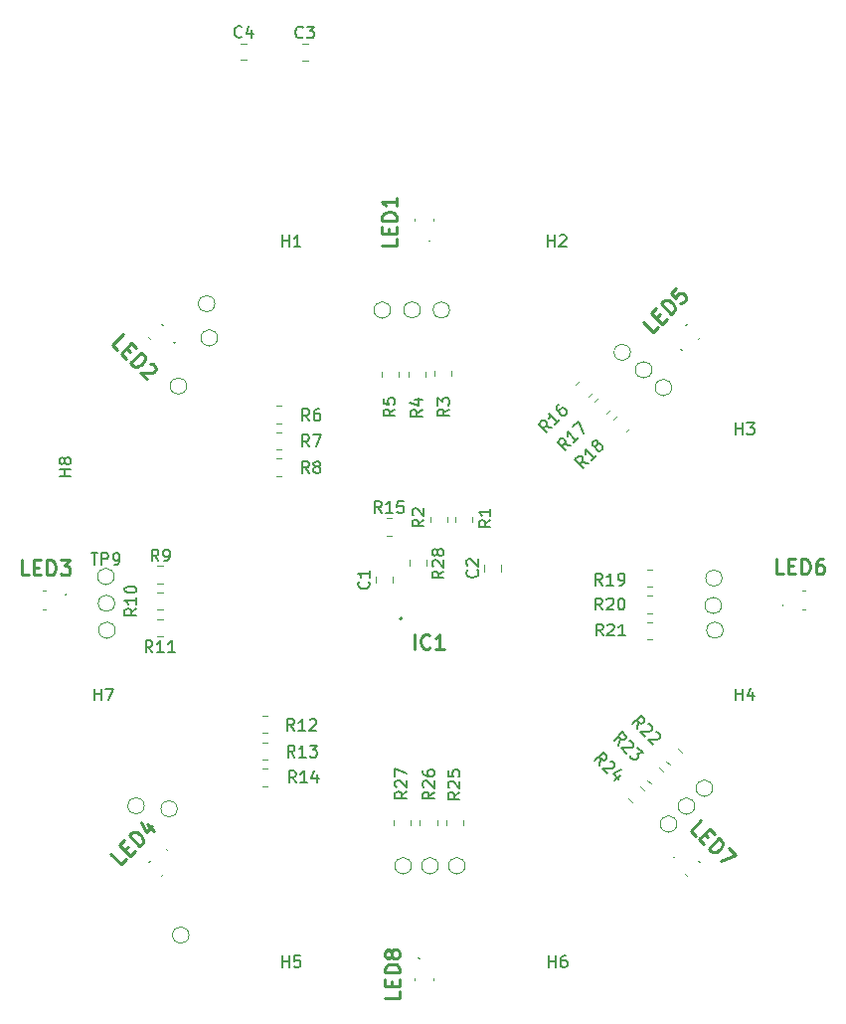
<source format=gto>
%TF.GenerationSoftware,KiCad,Pcbnew,(5.1.5)-3*%
%TF.CreationDate,2021-01-12T11:59:14+01:00*%
%TF.ProjectId,smart_object_pcb,736d6172-745f-46f6-926a-6563745f7063,rev?*%
%TF.SameCoordinates,Original*%
%TF.FileFunction,Legend,Top*%
%TF.FilePolarity,Positive*%
%FSLAX46Y46*%
G04 Gerber Fmt 4.6, Leading zero omitted, Abs format (unit mm)*
G04 Created by KiCad (PCBNEW (5.1.5)-3) date 2021-01-12 11:59:14*
%MOMM*%
%LPD*%
G04 APERTURE LIST*
%ADD10C,0.120000*%
%ADD11C,0.100000*%
%ADD12C,0.200000*%
%ADD13C,0.150000*%
%ADD14C,0.254000*%
G04 APERTURE END LIST*
D10*
%TO.C,R2*%
X152397000Y-99746064D02*
X152397000Y-99291936D01*
X150927000Y-99746064D02*
X150927000Y-99291936D01*
%TO.C,R28*%
X149158000Y-103488078D02*
X149158000Y-102970922D01*
X150578000Y-103488078D02*
X150578000Y-102970922D01*
%TO.C,C4*%
X134750922Y-58998000D02*
X135268078Y-58998000D01*
X134750922Y-60418000D02*
X135268078Y-60418000D01*
%TO.C,C3*%
X139953922Y-59033000D02*
X140471078Y-59033000D01*
X139953922Y-60453000D02*
X140471078Y-60453000D01*
D11*
%TO.C,LED7*%
X173724677Y-128593306D02*
X173866098Y-128734727D01*
X172593306Y-129724677D02*
X172734727Y-129866098D01*
X171603356Y-128310463D02*
X171603356Y-128310463D01*
X171674067Y-128239753D02*
X171674067Y-128239753D01*
X171674068Y-128239753D02*
G75*
G03X171603356Y-128310463I-35356J-35355D01*
G01*
X171603357Y-128310463D02*
G75*
G03X171674067Y-128239753I35355J35355D01*
G01*
%TO.C,LED4*%
X128489949Y-127674067D02*
X128489949Y-127674067D01*
X128419239Y-127603356D02*
X128419239Y-127603356D01*
X127005025Y-128593306D02*
X126863604Y-128734727D01*
X128136396Y-129724677D02*
X127994975Y-129866098D01*
X128419239Y-127603357D02*
G75*
G03X128489949Y-127674067I35355J-35355D01*
G01*
X128489949Y-127674068D02*
G75*
G03X128419239Y-127603356I-35355J35356D01*
G01*
D10*
%TO.C,R8*%
X138214564Y-94365000D02*
X137760436Y-94365000D01*
X138214564Y-95835000D02*
X137760436Y-95835000D01*
%TO.C,R7*%
X138214564Y-93585000D02*
X137760436Y-93585000D01*
X138214564Y-92115000D02*
X137760436Y-92115000D01*
%TO.C,R1*%
X153038000Y-99747564D02*
X153038000Y-99293436D01*
X154508000Y-99747564D02*
X154508000Y-99293436D01*
D11*
%TO.C,LED2*%
X129055635Y-84489949D02*
X129055635Y-84489949D01*
X129126346Y-84419239D02*
X129126346Y-84419239D01*
X128136396Y-83005025D02*
X127994975Y-82863604D01*
X127005025Y-84136396D02*
X126863604Y-83994975D01*
X129126345Y-84419239D02*
G75*
G03X129055635Y-84489949I-35355J-35355D01*
G01*
X129055634Y-84489949D02*
G75*
G03X129126346Y-84419239I35356J35355D01*
G01*
D10*
%TO.C,R18*%
X166840835Y-90719718D02*
X166519718Y-91040835D01*
X167880282Y-91759165D02*
X167559165Y-92080282D01*
%TO.C,C1*%
X146235000Y-104923252D02*
X146235000Y-104400748D01*
X147705000Y-104923252D02*
X147705000Y-104400748D01*
%TO.C,C2*%
X156954000Y-103944252D02*
X156954000Y-103421748D01*
X155484000Y-103944252D02*
X155484000Y-103421748D01*
D12*
%TO.C,IC1*%
X148505000Y-108000000D02*
G75*
G03X148505000Y-108000000I-100000J0D01*
G01*
D11*
%TO.C,LED1*%
X149564851Y-74129068D02*
X149564851Y-73929068D01*
X151164851Y-74129068D02*
X151164851Y-73929068D01*
X150864851Y-75829068D02*
X150864851Y-75829068D01*
X150764851Y-75829068D02*
X150764851Y-75829068D01*
X150764851Y-75829068D02*
G75*
G03X150864851Y-75829068I50000J0D01*
G01*
X150864851Y-75829068D02*
G75*
G03X150764851Y-75829068I-50000J0D01*
G01*
%TO.C,LED3*%
X118129068Y-107164851D02*
X117929068Y-107164851D01*
X118129068Y-105564851D02*
X117929068Y-105564851D01*
X119829068Y-105864851D02*
X119829068Y-105864851D01*
X119829068Y-105964851D02*
X119829068Y-105964851D01*
X119829068Y-105964851D02*
G75*
G03X119829068Y-105864851I0J50000D01*
G01*
X119829068Y-105864851D02*
G75*
G03X119829068Y-105964851I0J-50000D01*
G01*
%TO.C,LED5*%
X172239753Y-85055635D02*
X172239753Y-85055635D01*
X172310463Y-85126346D02*
X172310463Y-85126346D01*
X173724677Y-84136396D02*
X173866098Y-83994975D01*
X172593306Y-83005025D02*
X172734727Y-82863604D01*
X172310463Y-85126345D02*
G75*
G03X172239753Y-85055635I-35355J35355D01*
G01*
X172239753Y-85055634D02*
G75*
G03X172310463Y-85126346I35355J-35356D01*
G01*
%TO.C,LED6*%
X182600634Y-105564851D02*
X182800634Y-105564851D01*
X182600634Y-107164851D02*
X182800634Y-107164851D01*
X180900634Y-106864851D02*
X180900634Y-106864851D01*
X180900634Y-106764851D02*
X180900634Y-106764851D01*
X180900634Y-106764851D02*
G75*
G03X180900634Y-106864851I0J-50000D01*
G01*
X180900634Y-106864851D02*
G75*
G03X180900634Y-106764851I0J50000D01*
G01*
%TO.C,LED8*%
X149964851Y-136900634D02*
X149964851Y-136900634D01*
X149864851Y-136900634D02*
X149864851Y-136900634D01*
X149564851Y-138600634D02*
X149564851Y-138800634D01*
X151164851Y-138600634D02*
X151164851Y-138800634D01*
X149864851Y-136900634D02*
G75*
G03X149964851Y-136900634I50000J0D01*
G01*
X149964851Y-136900634D02*
G75*
G03X149864851Y-136900634I-50000J0D01*
G01*
D10*
%TO.C,R3*%
X151265000Y-87339564D02*
X151265000Y-86885436D01*
X152735000Y-87339564D02*
X152735000Y-86885436D01*
%TO.C,R4*%
X149015000Y-87377064D02*
X149015000Y-86922936D01*
X150485000Y-87377064D02*
X150485000Y-86922936D01*
%TO.C,R5*%
X146765000Y-87377064D02*
X146765000Y-86922936D01*
X148235000Y-87377064D02*
X148235000Y-86922936D01*
%TO.C,R6*%
X138214564Y-89865000D02*
X137760436Y-89865000D01*
X138214564Y-91335000D02*
X137760436Y-91335000D01*
%TO.C,R9*%
X128114564Y-104985000D02*
X127660436Y-104985000D01*
X128114564Y-103515000D02*
X127660436Y-103515000D01*
%TO.C,R10*%
X128114564Y-105765000D02*
X127660436Y-105765000D01*
X128114564Y-107235000D02*
X127660436Y-107235000D01*
%TO.C,R11*%
X128114564Y-109485000D02*
X127660436Y-109485000D01*
X128114564Y-108015000D02*
X127660436Y-108015000D01*
%TO.C,R12*%
X137064564Y-116265000D02*
X136610436Y-116265000D01*
X137064564Y-117735000D02*
X136610436Y-117735000D01*
%TO.C,R13*%
X137064564Y-119985000D02*
X136610436Y-119985000D01*
X137064564Y-118515000D02*
X136610436Y-118515000D01*
%TO.C,R14*%
X137064564Y-120765000D02*
X136610436Y-120765000D01*
X137064564Y-122235000D02*
X136610436Y-122235000D01*
%TO.C,R15*%
X147152936Y-100906000D02*
X147607064Y-100906000D01*
X147152936Y-99436000D02*
X147607064Y-99436000D01*
%TO.C,R16*%
X163640835Y-87719718D02*
X163319718Y-88040835D01*
X164680282Y-88759165D02*
X164359165Y-89080282D01*
%TO.C,R17*%
X166235047Y-90204400D02*
X165913930Y-90525517D01*
X165195600Y-89164953D02*
X164874483Y-89486070D01*
%TO.C,R19*%
X169807064Y-105275000D02*
X169352936Y-105275000D01*
X169807064Y-103805000D02*
X169352936Y-103805000D01*
%TO.C,R20*%
X169807064Y-106055000D02*
X169352936Y-106055000D01*
X169807064Y-107525000D02*
X169352936Y-107525000D01*
%TO.C,R21*%
X169807064Y-109775000D02*
X169352936Y-109775000D01*
X169807064Y-108305000D02*
X169352936Y-108305000D01*
%TO.C,R22*%
X172328282Y-119408835D02*
X172007165Y-119087718D01*
X171288835Y-120448282D02*
X170967718Y-120127165D01*
%TO.C,R23*%
X169688835Y-122048282D02*
X169367718Y-121727165D01*
X170728282Y-121008835D02*
X170407165Y-120687718D01*
%TO.C,R24*%
X169128282Y-122608835D02*
X168807165Y-122287718D01*
X168088835Y-123648282D02*
X167767718Y-123327165D01*
%TO.C,R25*%
X152265000Y-125564564D02*
X152265000Y-125110436D01*
X153735000Y-125564564D02*
X153735000Y-125110436D01*
%TO.C,R26*%
X151485000Y-125564564D02*
X151485000Y-125110436D01*
X150015000Y-125564564D02*
X150015000Y-125110436D01*
%TO.C,R27*%
X147765000Y-125564564D02*
X147765000Y-125110436D01*
X149235000Y-125564564D02*
X149235000Y-125110436D01*
%TO.C,TP6*%
X124066000Y-108966000D02*
G75*
G03X124066000Y-108966000I-700000J0D01*
G01*
%TO.C,TP8*%
X130348000Y-134934000D02*
G75*
G03X130348000Y-134934000I-700000J0D01*
G01*
%TO.C,TP9*%
X123974000Y-104394000D02*
G75*
G03X123974000Y-104394000I-700000J0D01*
G01*
%TO.C,TP10*%
X147512000Y-81701000D02*
G75*
G03X147512000Y-81701000I-700000J0D01*
G01*
%TO.C,TP12*%
X150050000Y-81691000D02*
G75*
G03X150050000Y-81691000I-700000J0D01*
G01*
%TO.C,TP15*%
X152544000Y-81695000D02*
G75*
G03X152544000Y-81695000I-700000J0D01*
G01*
%TO.C,TP16*%
X124023000Y-106680000D02*
G75*
G03X124023000Y-106680000I-700000J0D01*
G01*
%TO.C,TP20*%
X171460000Y-88300000D02*
G75*
G03X171460000Y-88300000I-700000J0D01*
G01*
%TO.C,TP21*%
X171896000Y-125476000D02*
G75*
G03X171896000Y-125476000I-700000J0D01*
G01*
%TO.C,TP22*%
X149290000Y-129032000D02*
G75*
G03X149290000Y-129032000I-700000J0D01*
G01*
%TO.C,TP23*%
X175838000Y-108966000D02*
G75*
G03X175838000Y-108966000I-700000J0D01*
G01*
%TO.C,TP25*%
X175755000Y-104524000D02*
G75*
G03X175755000Y-104524000I-700000J0D01*
G01*
%TO.C,TP26*%
X174944000Y-122428000D02*
G75*
G03X174944000Y-122428000I-700000J0D01*
G01*
%TO.C,TP27*%
X153862000Y-129032000D02*
G75*
G03X153862000Y-129032000I-700000J0D01*
G01*
%TO.C,TP28*%
X173420000Y-123952000D02*
G75*
G03X173420000Y-123952000I-700000J0D01*
G01*
%TO.C,TP29*%
X167950000Y-85300000D02*
G75*
G03X167950000Y-85300000I-700000J0D01*
G01*
%TO.C,TP30*%
X151576000Y-129032000D02*
G75*
G03X151576000Y-129032000I-700000J0D01*
G01*
%TO.C,TP31*%
X175698000Y-106864000D02*
G75*
G03X175698000Y-106864000I-700000J0D01*
G01*
%TO.C,TP7*%
X126546000Y-123925000D02*
G75*
G03X126546000Y-123925000I-700000J0D01*
G01*
%TO.C,TP14*%
X129358000Y-124182000D02*
G75*
G03X129358000Y-124182000I-700000J0D01*
G01*
%TO.C,TP24*%
X169775000Y-86791000D02*
G75*
G03X169775000Y-86791000I-700000J0D01*
G01*
%TO.C,TP5*%
X130150000Y-88175000D02*
G75*
G03X130150000Y-88175000I-700000J0D01*
G01*
%TO.C,TP11*%
X132780000Y-84074000D02*
G75*
G03X132780000Y-84074000I-700000J0D01*
G01*
%TO.C,TP13*%
X132553000Y-81158000D02*
G75*
G03X132553000Y-81158000I-700000J0D01*
G01*
%TO.C,R2*%
D13*
X150364380Y-99548166D02*
X149888190Y-99881500D01*
X150364380Y-100119595D02*
X149364380Y-100119595D01*
X149364380Y-99738642D01*
X149412000Y-99643404D01*
X149459619Y-99595785D01*
X149554857Y-99548166D01*
X149697714Y-99548166D01*
X149792952Y-99595785D01*
X149840571Y-99643404D01*
X149888190Y-99738642D01*
X149888190Y-100119595D01*
X149459619Y-99167214D02*
X149412000Y-99119595D01*
X149364380Y-99024357D01*
X149364380Y-98786261D01*
X149412000Y-98691023D01*
X149459619Y-98643404D01*
X149554857Y-98595785D01*
X149650095Y-98595785D01*
X149792952Y-98643404D01*
X150364380Y-99214833D01*
X150364380Y-98595785D01*
%TO.C,R28*%
X152052380Y-103942857D02*
X151576190Y-104276190D01*
X152052380Y-104514285D02*
X151052380Y-104514285D01*
X151052380Y-104133333D01*
X151100000Y-104038095D01*
X151147619Y-103990476D01*
X151242857Y-103942857D01*
X151385714Y-103942857D01*
X151480952Y-103990476D01*
X151528571Y-104038095D01*
X151576190Y-104133333D01*
X151576190Y-104514285D01*
X151147619Y-103561904D02*
X151100000Y-103514285D01*
X151052380Y-103419047D01*
X151052380Y-103180952D01*
X151100000Y-103085714D01*
X151147619Y-103038095D01*
X151242857Y-102990476D01*
X151338095Y-102990476D01*
X151480952Y-103038095D01*
X152052380Y-103609523D01*
X152052380Y-102990476D01*
X151480952Y-102419047D02*
X151433333Y-102514285D01*
X151385714Y-102561904D01*
X151290476Y-102609523D01*
X151242857Y-102609523D01*
X151147619Y-102561904D01*
X151100000Y-102514285D01*
X151052380Y-102419047D01*
X151052380Y-102228571D01*
X151100000Y-102133333D01*
X151147619Y-102085714D01*
X151242857Y-102038095D01*
X151290476Y-102038095D01*
X151385714Y-102085714D01*
X151433333Y-102133333D01*
X151480952Y-102228571D01*
X151480952Y-102419047D01*
X151528571Y-102514285D01*
X151576190Y-102561904D01*
X151671428Y-102609523D01*
X151861904Y-102609523D01*
X151957142Y-102561904D01*
X152004761Y-102514285D01*
X152052380Y-102419047D01*
X152052380Y-102228571D01*
X152004761Y-102133333D01*
X151957142Y-102085714D01*
X151861904Y-102038095D01*
X151671428Y-102038095D01*
X151576190Y-102085714D01*
X151528571Y-102133333D01*
X151480952Y-102228571D01*
%TO.C,C4*%
X134842833Y-58415142D02*
X134795214Y-58462761D01*
X134652357Y-58510380D01*
X134557119Y-58510380D01*
X134414261Y-58462761D01*
X134319023Y-58367523D01*
X134271404Y-58272285D01*
X134223785Y-58081809D01*
X134223785Y-57938952D01*
X134271404Y-57748476D01*
X134319023Y-57653238D01*
X134414261Y-57558000D01*
X134557119Y-57510380D01*
X134652357Y-57510380D01*
X134795214Y-57558000D01*
X134842833Y-57605619D01*
X135699976Y-57843714D02*
X135699976Y-58510380D01*
X135461880Y-57462761D02*
X135223785Y-58177047D01*
X135842833Y-58177047D01*
%TO.C,C3*%
X140045833Y-58450142D02*
X139998214Y-58497761D01*
X139855357Y-58545380D01*
X139760119Y-58545380D01*
X139617261Y-58497761D01*
X139522023Y-58402523D01*
X139474404Y-58307285D01*
X139426785Y-58116809D01*
X139426785Y-57973952D01*
X139474404Y-57783476D01*
X139522023Y-57688238D01*
X139617261Y-57593000D01*
X139760119Y-57545380D01*
X139855357Y-57545380D01*
X139998214Y-57593000D01*
X140045833Y-57640619D01*
X140379166Y-57545380D02*
X140998214Y-57545380D01*
X140664880Y-57926333D01*
X140807738Y-57926333D01*
X140902976Y-57973952D01*
X140950595Y-58021571D01*
X140998214Y-58116809D01*
X140998214Y-58354904D01*
X140950595Y-58450142D01*
X140902976Y-58497761D01*
X140807738Y-58545380D01*
X140522023Y-58545380D01*
X140426785Y-58497761D01*
X140379166Y-58450142D01*
%TO.C,LED7*%
D14*
X173488816Y-126476317D02*
X173061185Y-126048686D01*
X173959211Y-125150660D01*
X174258553Y-126305264D02*
X174557895Y-126604606D01*
X174215790Y-127203290D02*
X173788158Y-126775659D01*
X174686184Y-125877633D01*
X175113815Y-126305264D01*
X174600658Y-127588158D02*
X175498683Y-126690132D01*
X175712499Y-126903948D01*
X175798025Y-127075001D01*
X175798025Y-127246053D01*
X175755262Y-127374342D01*
X175626973Y-127588158D01*
X175498683Y-127716447D01*
X175284868Y-127844737D01*
X175156578Y-127887500D01*
X174985526Y-127887500D01*
X174814473Y-127801974D01*
X174600658Y-127588158D01*
X176311183Y-127502632D02*
X176909866Y-128101315D01*
X175626973Y-128614473D01*
%TO.C,LED4*%
X125013130Y-128469856D02*
X124585499Y-128897487D01*
X123687473Y-127999461D01*
X124842077Y-127700119D02*
X125141419Y-127400777D01*
X125740103Y-127742882D02*
X125312472Y-128170514D01*
X124414446Y-127272488D01*
X124842077Y-126844857D01*
X126124971Y-127358014D02*
X125226945Y-126459989D01*
X125440761Y-126246173D01*
X125611814Y-126160647D01*
X125782866Y-126160647D01*
X125911155Y-126203410D01*
X126124971Y-126331699D01*
X126253260Y-126459989D01*
X126381550Y-126673804D01*
X126424313Y-126802094D01*
X126424313Y-126973146D01*
X126338787Y-127144199D01*
X126124971Y-127358014D01*
X126809181Y-125476437D02*
X127407865Y-126075121D01*
X126253260Y-125348148D02*
X126680892Y-126203410D01*
X127236812Y-125647489D01*
%TO.C,R8*%
D13*
X140583333Y-95602380D02*
X140250000Y-95126190D01*
X140011904Y-95602380D02*
X140011904Y-94602380D01*
X140392857Y-94602380D01*
X140488095Y-94650000D01*
X140535714Y-94697619D01*
X140583333Y-94792857D01*
X140583333Y-94935714D01*
X140535714Y-95030952D01*
X140488095Y-95078571D01*
X140392857Y-95126190D01*
X140011904Y-95126190D01*
X141154761Y-95030952D02*
X141059523Y-94983333D01*
X141011904Y-94935714D01*
X140964285Y-94840476D01*
X140964285Y-94792857D01*
X141011904Y-94697619D01*
X141059523Y-94650000D01*
X141154761Y-94602380D01*
X141345238Y-94602380D01*
X141440476Y-94650000D01*
X141488095Y-94697619D01*
X141535714Y-94792857D01*
X141535714Y-94840476D01*
X141488095Y-94935714D01*
X141440476Y-94983333D01*
X141345238Y-95030952D01*
X141154761Y-95030952D01*
X141059523Y-95078571D01*
X141011904Y-95126190D01*
X140964285Y-95221428D01*
X140964285Y-95411904D01*
X141011904Y-95507142D01*
X141059523Y-95554761D01*
X141154761Y-95602380D01*
X141345238Y-95602380D01*
X141440476Y-95554761D01*
X141488095Y-95507142D01*
X141535714Y-95411904D01*
X141535714Y-95221428D01*
X141488095Y-95126190D01*
X141440476Y-95078571D01*
X141345238Y-95030952D01*
%TO.C,R7*%
X140583333Y-93327380D02*
X140250000Y-92851190D01*
X140011904Y-93327380D02*
X140011904Y-92327380D01*
X140392857Y-92327380D01*
X140488095Y-92375000D01*
X140535714Y-92422619D01*
X140583333Y-92517857D01*
X140583333Y-92660714D01*
X140535714Y-92755952D01*
X140488095Y-92803571D01*
X140392857Y-92851190D01*
X140011904Y-92851190D01*
X140916666Y-92327380D02*
X141583333Y-92327380D01*
X141154761Y-93327380D01*
%TO.C,R1*%
X156027380Y-99591666D02*
X155551190Y-99925000D01*
X156027380Y-100163095D02*
X155027380Y-100163095D01*
X155027380Y-99782142D01*
X155075000Y-99686904D01*
X155122619Y-99639285D01*
X155217857Y-99591666D01*
X155360714Y-99591666D01*
X155455952Y-99639285D01*
X155503571Y-99686904D01*
X155551190Y-99782142D01*
X155551190Y-100163095D01*
X156027380Y-98639285D02*
X156027380Y-99210714D01*
X156027380Y-98925000D02*
X155027380Y-98925000D01*
X155170238Y-99020238D01*
X155265476Y-99115476D01*
X155313095Y-99210714D01*
%TO.C,LED2*%
D14*
X124268016Y-85111025D02*
X123840385Y-84683394D01*
X124738411Y-83785368D01*
X125037753Y-84939972D02*
X125337095Y-85239314D01*
X124994990Y-85837998D02*
X124567358Y-85410367D01*
X125465384Y-84512341D01*
X125893015Y-84939972D01*
X125379858Y-86222866D02*
X126277883Y-85324840D01*
X126491699Y-85538656D01*
X126577225Y-85709709D01*
X126577225Y-85880761D01*
X126534462Y-86009050D01*
X126406173Y-86222866D01*
X126277883Y-86351155D01*
X126064068Y-86479445D01*
X125935778Y-86522208D01*
X125764726Y-86522208D01*
X125593673Y-86436682D01*
X125379858Y-86222866D01*
X127047619Y-86265629D02*
X127133146Y-86265629D01*
X127261435Y-86308392D01*
X127475251Y-86522208D01*
X127518014Y-86650497D01*
X127518014Y-86736023D01*
X127475251Y-86864313D01*
X127389724Y-86949839D01*
X127218672Y-87035365D01*
X126192357Y-87035365D01*
X126748278Y-87591286D01*
%TO.C,R18*%
D13*
X164340312Y-94749450D02*
X163767893Y-94648435D01*
X163936251Y-95153511D02*
X163229145Y-94446404D01*
X163498519Y-94177030D01*
X163599534Y-94143358D01*
X163666877Y-94143358D01*
X163767893Y-94177030D01*
X163868908Y-94278045D01*
X163902580Y-94379061D01*
X163902580Y-94446404D01*
X163868908Y-94547419D01*
X163599534Y-94816793D01*
X165013748Y-94076015D02*
X164609687Y-94480076D01*
X164811717Y-94278045D02*
X164104610Y-93570938D01*
X164138282Y-93739297D01*
X164138282Y-93873984D01*
X164104610Y-93975000D01*
X165013748Y-93267893D02*
X164912732Y-93301564D01*
X164845389Y-93301564D01*
X164744374Y-93267893D01*
X164710702Y-93234221D01*
X164677030Y-93133206D01*
X164677030Y-93065862D01*
X164710702Y-92964847D01*
X164845389Y-92830160D01*
X164946404Y-92796488D01*
X165013748Y-92796488D01*
X165114763Y-92830160D01*
X165148435Y-92863832D01*
X165182106Y-92964847D01*
X165182106Y-93032190D01*
X165148435Y-93133206D01*
X165013748Y-93267893D01*
X164980076Y-93368908D01*
X164980076Y-93436251D01*
X165013748Y-93537267D01*
X165148435Y-93671954D01*
X165249450Y-93705625D01*
X165316793Y-93705625D01*
X165417809Y-93671954D01*
X165552496Y-93537267D01*
X165586167Y-93436251D01*
X165586167Y-93368908D01*
X165552496Y-93267893D01*
X165417809Y-93133206D01*
X165316793Y-93099534D01*
X165249450Y-93099534D01*
X165148435Y-93133206D01*
%TO.C,C1*%
X145647142Y-104828666D02*
X145694761Y-104876285D01*
X145742380Y-105019142D01*
X145742380Y-105114380D01*
X145694761Y-105257238D01*
X145599523Y-105352476D01*
X145504285Y-105400095D01*
X145313809Y-105447714D01*
X145170952Y-105447714D01*
X144980476Y-105400095D01*
X144885238Y-105352476D01*
X144790000Y-105257238D01*
X144742380Y-105114380D01*
X144742380Y-105019142D01*
X144790000Y-104876285D01*
X144837619Y-104828666D01*
X145742380Y-103876285D02*
X145742380Y-104447714D01*
X145742380Y-104162000D02*
X144742380Y-104162000D01*
X144885238Y-104257238D01*
X144980476Y-104352476D01*
X145028095Y-104447714D01*
%TO.C,C2*%
X154896142Y-103849666D02*
X154943761Y-103897285D01*
X154991380Y-104040142D01*
X154991380Y-104135380D01*
X154943761Y-104278238D01*
X154848523Y-104373476D01*
X154753285Y-104421095D01*
X154562809Y-104468714D01*
X154419952Y-104468714D01*
X154229476Y-104421095D01*
X154134238Y-104373476D01*
X154039000Y-104278238D01*
X153991380Y-104135380D01*
X153991380Y-104040142D01*
X154039000Y-103897285D01*
X154086619Y-103849666D01*
X154086619Y-103468714D02*
X154039000Y-103421095D01*
X153991380Y-103325857D01*
X153991380Y-103087761D01*
X154039000Y-102992523D01*
X154086619Y-102944904D01*
X154181857Y-102897285D01*
X154277095Y-102897285D01*
X154419952Y-102944904D01*
X154991380Y-103516333D01*
X154991380Y-102897285D01*
%TO.C,IC1*%
D14*
X149540238Y-110574523D02*
X149540238Y-109304523D01*
X150870714Y-110453571D02*
X150810238Y-110514047D01*
X150628809Y-110574523D01*
X150507857Y-110574523D01*
X150326428Y-110514047D01*
X150205476Y-110393095D01*
X150145000Y-110272142D01*
X150084523Y-110030238D01*
X150084523Y-109848809D01*
X150145000Y-109606904D01*
X150205476Y-109485952D01*
X150326428Y-109365000D01*
X150507857Y-109304523D01*
X150628809Y-109304523D01*
X150810238Y-109365000D01*
X150870714Y-109425476D01*
X152080238Y-110574523D02*
X151354523Y-110574523D01*
X151717380Y-110574523D02*
X151717380Y-109304523D01*
X151596428Y-109485952D01*
X151475476Y-109606904D01*
X151354523Y-109667380D01*
%TO.C,LED1*%
X148049523Y-75646190D02*
X148049523Y-76250952D01*
X146779523Y-76250952D01*
X147384285Y-75222857D02*
X147384285Y-74799523D01*
X148049523Y-74618095D02*
X148049523Y-75222857D01*
X146779523Y-75222857D01*
X146779523Y-74618095D01*
X148049523Y-74073809D02*
X146779523Y-74073809D01*
X146779523Y-73771428D01*
X146840000Y-73590000D01*
X146960952Y-73469047D01*
X147081904Y-73408571D01*
X147323809Y-73348095D01*
X147505238Y-73348095D01*
X147747142Y-73408571D01*
X147868095Y-73469047D01*
X147989047Y-73590000D01*
X148049523Y-73771428D01*
X148049523Y-74073809D01*
X148049523Y-72138571D02*
X148049523Y-72864285D01*
X148049523Y-72501428D02*
X146779523Y-72501428D01*
X146960952Y-72622380D01*
X147081904Y-72743333D01*
X147142380Y-72864285D01*
%TO.C,LED3*%
X116703809Y-104274523D02*
X116099047Y-104274523D01*
X116099047Y-103004523D01*
X117127142Y-103609285D02*
X117550476Y-103609285D01*
X117731904Y-104274523D02*
X117127142Y-104274523D01*
X117127142Y-103004523D01*
X117731904Y-103004523D01*
X118276190Y-104274523D02*
X118276190Y-103004523D01*
X118578571Y-103004523D01*
X118760000Y-103065000D01*
X118880952Y-103185952D01*
X118941428Y-103306904D01*
X119001904Y-103548809D01*
X119001904Y-103730238D01*
X118941428Y-103972142D01*
X118880952Y-104093095D01*
X118760000Y-104214047D01*
X118578571Y-104274523D01*
X118276190Y-104274523D01*
X119425238Y-103004523D02*
X120211428Y-103004523D01*
X119788095Y-103488333D01*
X119969523Y-103488333D01*
X120090476Y-103548809D01*
X120150952Y-103609285D01*
X120211428Y-103730238D01*
X120211428Y-104032619D01*
X120150952Y-104153571D01*
X120090476Y-104214047D01*
X119969523Y-104274523D01*
X119606666Y-104274523D01*
X119485714Y-104214047D01*
X119425238Y-104153571D01*
%TO.C,LED5*%
X170326316Y-83161184D02*
X169898685Y-83588815D01*
X169000659Y-82690789D01*
X170155263Y-82391447D02*
X170454605Y-82092105D01*
X171053289Y-82434210D02*
X170625658Y-82861842D01*
X169727632Y-81963816D01*
X170155263Y-81536185D01*
X171438157Y-82049342D02*
X170540131Y-81151317D01*
X170753947Y-80937501D01*
X170925000Y-80851975D01*
X171096052Y-80851975D01*
X171224341Y-80894738D01*
X171438157Y-81023027D01*
X171566446Y-81151317D01*
X171694736Y-81365132D01*
X171737499Y-81493422D01*
X171737499Y-81664474D01*
X171651973Y-81835527D01*
X171438157Y-82049342D01*
X171865788Y-79825660D02*
X171438157Y-80253291D01*
X171823025Y-80723686D01*
X171823025Y-80638159D01*
X171865788Y-80509870D01*
X172079604Y-80296054D01*
X172207893Y-80253291D01*
X172293419Y-80253291D01*
X172421709Y-80296054D01*
X172635524Y-80509870D01*
X172678288Y-80638159D01*
X172678288Y-80723686D01*
X172635524Y-80851975D01*
X172421709Y-81065791D01*
X172293419Y-81108554D01*
X172207893Y-81108554D01*
%TO.C,LED6*%
X180953809Y-104174523D02*
X180349047Y-104174523D01*
X180349047Y-102904523D01*
X181377142Y-103509285D02*
X181800476Y-103509285D01*
X181981904Y-104174523D02*
X181377142Y-104174523D01*
X181377142Y-102904523D01*
X181981904Y-102904523D01*
X182526190Y-104174523D02*
X182526190Y-102904523D01*
X182828571Y-102904523D01*
X183010000Y-102965000D01*
X183130952Y-103085952D01*
X183191428Y-103206904D01*
X183251904Y-103448809D01*
X183251904Y-103630238D01*
X183191428Y-103872142D01*
X183130952Y-103993095D01*
X183010000Y-104114047D01*
X182828571Y-104174523D01*
X182526190Y-104174523D01*
X184340476Y-102904523D02*
X184098571Y-102904523D01*
X183977619Y-102965000D01*
X183917142Y-103025476D01*
X183796190Y-103206904D01*
X183735714Y-103448809D01*
X183735714Y-103932619D01*
X183796190Y-104053571D01*
X183856666Y-104114047D01*
X183977619Y-104174523D01*
X184219523Y-104174523D01*
X184340476Y-104114047D01*
X184400952Y-104053571D01*
X184461428Y-103932619D01*
X184461428Y-103630238D01*
X184400952Y-103509285D01*
X184340476Y-103448809D01*
X184219523Y-103388333D01*
X183977619Y-103388333D01*
X183856666Y-103448809D01*
X183796190Y-103509285D01*
X183735714Y-103630238D01*
%TO.C,LED8*%
X148299523Y-139696190D02*
X148299523Y-140300952D01*
X147029523Y-140300952D01*
X147634285Y-139272857D02*
X147634285Y-138849523D01*
X148299523Y-138668095D02*
X148299523Y-139272857D01*
X147029523Y-139272857D01*
X147029523Y-138668095D01*
X148299523Y-138123809D02*
X147029523Y-138123809D01*
X147029523Y-137821428D01*
X147090000Y-137640000D01*
X147210952Y-137519047D01*
X147331904Y-137458571D01*
X147573809Y-137398095D01*
X147755238Y-137398095D01*
X147997142Y-137458571D01*
X148118095Y-137519047D01*
X148239047Y-137640000D01*
X148299523Y-137821428D01*
X148299523Y-138123809D01*
X147573809Y-136672380D02*
X147513333Y-136793333D01*
X147452857Y-136853809D01*
X147331904Y-136914285D01*
X147271428Y-136914285D01*
X147150476Y-136853809D01*
X147090000Y-136793333D01*
X147029523Y-136672380D01*
X147029523Y-136430476D01*
X147090000Y-136309523D01*
X147150476Y-136249047D01*
X147271428Y-136188571D01*
X147331904Y-136188571D01*
X147452857Y-136249047D01*
X147513333Y-136309523D01*
X147573809Y-136430476D01*
X147573809Y-136672380D01*
X147634285Y-136793333D01*
X147694761Y-136853809D01*
X147815714Y-136914285D01*
X148057619Y-136914285D01*
X148178571Y-136853809D01*
X148239047Y-136793333D01*
X148299523Y-136672380D01*
X148299523Y-136430476D01*
X148239047Y-136309523D01*
X148178571Y-136249047D01*
X148057619Y-136188571D01*
X147815714Y-136188571D01*
X147694761Y-136249047D01*
X147634285Y-136309523D01*
X147573809Y-136430476D01*
%TO.C,R3*%
D13*
X152527380Y-90141666D02*
X152051190Y-90475000D01*
X152527380Y-90713095D02*
X151527380Y-90713095D01*
X151527380Y-90332142D01*
X151575000Y-90236904D01*
X151622619Y-90189285D01*
X151717857Y-90141666D01*
X151860714Y-90141666D01*
X151955952Y-90189285D01*
X152003571Y-90236904D01*
X152051190Y-90332142D01*
X152051190Y-90713095D01*
X151527380Y-89808333D02*
X151527380Y-89189285D01*
X151908333Y-89522619D01*
X151908333Y-89379761D01*
X151955952Y-89284523D01*
X152003571Y-89236904D01*
X152098809Y-89189285D01*
X152336904Y-89189285D01*
X152432142Y-89236904D01*
X152479761Y-89284523D01*
X152527380Y-89379761D01*
X152527380Y-89665476D01*
X152479761Y-89760714D01*
X152432142Y-89808333D01*
%TO.C,R4*%
X150227380Y-90191666D02*
X149751190Y-90525000D01*
X150227380Y-90763095D02*
X149227380Y-90763095D01*
X149227380Y-90382142D01*
X149275000Y-90286904D01*
X149322619Y-90239285D01*
X149417857Y-90191666D01*
X149560714Y-90191666D01*
X149655952Y-90239285D01*
X149703571Y-90286904D01*
X149751190Y-90382142D01*
X149751190Y-90763095D01*
X149560714Y-89334523D02*
X150227380Y-89334523D01*
X149179761Y-89572619D02*
X149894047Y-89810714D01*
X149894047Y-89191666D01*
%TO.C,R5*%
X147902380Y-90141666D02*
X147426190Y-90475000D01*
X147902380Y-90713095D02*
X146902380Y-90713095D01*
X146902380Y-90332142D01*
X146950000Y-90236904D01*
X146997619Y-90189285D01*
X147092857Y-90141666D01*
X147235714Y-90141666D01*
X147330952Y-90189285D01*
X147378571Y-90236904D01*
X147426190Y-90332142D01*
X147426190Y-90713095D01*
X146902380Y-89236904D02*
X146902380Y-89713095D01*
X147378571Y-89760714D01*
X147330952Y-89713095D01*
X147283333Y-89617857D01*
X147283333Y-89379761D01*
X147330952Y-89284523D01*
X147378571Y-89236904D01*
X147473809Y-89189285D01*
X147711904Y-89189285D01*
X147807142Y-89236904D01*
X147854761Y-89284523D01*
X147902380Y-89379761D01*
X147902380Y-89617857D01*
X147854761Y-89713095D01*
X147807142Y-89760714D01*
%TO.C,R6*%
X140608333Y-91127380D02*
X140275000Y-90651190D01*
X140036904Y-91127380D02*
X140036904Y-90127380D01*
X140417857Y-90127380D01*
X140513095Y-90175000D01*
X140560714Y-90222619D01*
X140608333Y-90317857D01*
X140608333Y-90460714D01*
X140560714Y-90555952D01*
X140513095Y-90603571D01*
X140417857Y-90651190D01*
X140036904Y-90651190D01*
X141465476Y-90127380D02*
X141275000Y-90127380D01*
X141179761Y-90175000D01*
X141132142Y-90222619D01*
X141036904Y-90365476D01*
X140989285Y-90555952D01*
X140989285Y-90936904D01*
X141036904Y-91032142D01*
X141084523Y-91079761D01*
X141179761Y-91127380D01*
X141370238Y-91127380D01*
X141465476Y-91079761D01*
X141513095Y-91032142D01*
X141560714Y-90936904D01*
X141560714Y-90698809D01*
X141513095Y-90603571D01*
X141465476Y-90555952D01*
X141370238Y-90508333D01*
X141179761Y-90508333D01*
X141084523Y-90555952D01*
X141036904Y-90603571D01*
X140989285Y-90698809D01*
%TO.C,R9*%
X127758333Y-103077380D02*
X127425000Y-102601190D01*
X127186904Y-103077380D02*
X127186904Y-102077380D01*
X127567857Y-102077380D01*
X127663095Y-102125000D01*
X127710714Y-102172619D01*
X127758333Y-102267857D01*
X127758333Y-102410714D01*
X127710714Y-102505952D01*
X127663095Y-102553571D01*
X127567857Y-102601190D01*
X127186904Y-102601190D01*
X128234523Y-103077380D02*
X128425000Y-103077380D01*
X128520238Y-103029761D01*
X128567857Y-102982142D01*
X128663095Y-102839285D01*
X128710714Y-102648809D01*
X128710714Y-102267857D01*
X128663095Y-102172619D01*
X128615476Y-102125000D01*
X128520238Y-102077380D01*
X128329761Y-102077380D01*
X128234523Y-102125000D01*
X128186904Y-102172619D01*
X128139285Y-102267857D01*
X128139285Y-102505952D01*
X128186904Y-102601190D01*
X128234523Y-102648809D01*
X128329761Y-102696428D01*
X128520238Y-102696428D01*
X128615476Y-102648809D01*
X128663095Y-102601190D01*
X128710714Y-102505952D01*
%TO.C,R10*%
X125877380Y-107117857D02*
X125401190Y-107451190D01*
X125877380Y-107689285D02*
X124877380Y-107689285D01*
X124877380Y-107308333D01*
X124925000Y-107213095D01*
X124972619Y-107165476D01*
X125067857Y-107117857D01*
X125210714Y-107117857D01*
X125305952Y-107165476D01*
X125353571Y-107213095D01*
X125401190Y-107308333D01*
X125401190Y-107689285D01*
X125877380Y-106165476D02*
X125877380Y-106736904D01*
X125877380Y-106451190D02*
X124877380Y-106451190D01*
X125020238Y-106546428D01*
X125115476Y-106641666D01*
X125163095Y-106736904D01*
X124877380Y-105546428D02*
X124877380Y-105451190D01*
X124925000Y-105355952D01*
X124972619Y-105308333D01*
X125067857Y-105260714D01*
X125258333Y-105213095D01*
X125496428Y-105213095D01*
X125686904Y-105260714D01*
X125782142Y-105308333D01*
X125829761Y-105355952D01*
X125877380Y-105451190D01*
X125877380Y-105546428D01*
X125829761Y-105641666D01*
X125782142Y-105689285D01*
X125686904Y-105736904D01*
X125496428Y-105784523D01*
X125258333Y-105784523D01*
X125067857Y-105736904D01*
X124972619Y-105689285D01*
X124925000Y-105641666D01*
X124877380Y-105546428D01*
%TO.C,R11*%
X127244642Y-110852380D02*
X126911309Y-110376190D01*
X126673214Y-110852380D02*
X126673214Y-109852380D01*
X127054166Y-109852380D01*
X127149404Y-109900000D01*
X127197023Y-109947619D01*
X127244642Y-110042857D01*
X127244642Y-110185714D01*
X127197023Y-110280952D01*
X127149404Y-110328571D01*
X127054166Y-110376190D01*
X126673214Y-110376190D01*
X128197023Y-110852380D02*
X127625595Y-110852380D01*
X127911309Y-110852380D02*
X127911309Y-109852380D01*
X127816071Y-109995238D01*
X127720833Y-110090476D01*
X127625595Y-110138095D01*
X129149404Y-110852380D02*
X128577976Y-110852380D01*
X128863690Y-110852380D02*
X128863690Y-109852380D01*
X128768452Y-109995238D01*
X128673214Y-110090476D01*
X128577976Y-110138095D01*
%TO.C,R12*%
X139307142Y-117527380D02*
X138973809Y-117051190D01*
X138735714Y-117527380D02*
X138735714Y-116527380D01*
X139116666Y-116527380D01*
X139211904Y-116575000D01*
X139259523Y-116622619D01*
X139307142Y-116717857D01*
X139307142Y-116860714D01*
X139259523Y-116955952D01*
X139211904Y-117003571D01*
X139116666Y-117051190D01*
X138735714Y-117051190D01*
X140259523Y-117527380D02*
X139688095Y-117527380D01*
X139973809Y-117527380D02*
X139973809Y-116527380D01*
X139878571Y-116670238D01*
X139783333Y-116765476D01*
X139688095Y-116813095D01*
X140640476Y-116622619D02*
X140688095Y-116575000D01*
X140783333Y-116527380D01*
X141021428Y-116527380D01*
X141116666Y-116575000D01*
X141164285Y-116622619D01*
X141211904Y-116717857D01*
X141211904Y-116813095D01*
X141164285Y-116955952D01*
X140592857Y-117527380D01*
X141211904Y-117527380D01*
%TO.C,R13*%
X139357142Y-119777380D02*
X139023809Y-119301190D01*
X138785714Y-119777380D02*
X138785714Y-118777380D01*
X139166666Y-118777380D01*
X139261904Y-118825000D01*
X139309523Y-118872619D01*
X139357142Y-118967857D01*
X139357142Y-119110714D01*
X139309523Y-119205952D01*
X139261904Y-119253571D01*
X139166666Y-119301190D01*
X138785714Y-119301190D01*
X140309523Y-119777380D02*
X139738095Y-119777380D01*
X140023809Y-119777380D02*
X140023809Y-118777380D01*
X139928571Y-118920238D01*
X139833333Y-119015476D01*
X139738095Y-119063095D01*
X140642857Y-118777380D02*
X141261904Y-118777380D01*
X140928571Y-119158333D01*
X141071428Y-119158333D01*
X141166666Y-119205952D01*
X141214285Y-119253571D01*
X141261904Y-119348809D01*
X141261904Y-119586904D01*
X141214285Y-119682142D01*
X141166666Y-119729761D01*
X141071428Y-119777380D01*
X140785714Y-119777380D01*
X140690476Y-119729761D01*
X140642857Y-119682142D01*
%TO.C,R14*%
X139457142Y-121952380D02*
X139123809Y-121476190D01*
X138885714Y-121952380D02*
X138885714Y-120952380D01*
X139266666Y-120952380D01*
X139361904Y-121000000D01*
X139409523Y-121047619D01*
X139457142Y-121142857D01*
X139457142Y-121285714D01*
X139409523Y-121380952D01*
X139361904Y-121428571D01*
X139266666Y-121476190D01*
X138885714Y-121476190D01*
X140409523Y-121952380D02*
X139838095Y-121952380D01*
X140123809Y-121952380D02*
X140123809Y-120952380D01*
X140028571Y-121095238D01*
X139933333Y-121190476D01*
X139838095Y-121238095D01*
X141266666Y-121285714D02*
X141266666Y-121952380D01*
X141028571Y-120904761D02*
X140790476Y-121619047D01*
X141409523Y-121619047D01*
%TO.C,R15*%
X146737142Y-98973380D02*
X146403809Y-98497190D01*
X146165714Y-98973380D02*
X146165714Y-97973380D01*
X146546666Y-97973380D01*
X146641904Y-98021000D01*
X146689523Y-98068619D01*
X146737142Y-98163857D01*
X146737142Y-98306714D01*
X146689523Y-98401952D01*
X146641904Y-98449571D01*
X146546666Y-98497190D01*
X146165714Y-98497190D01*
X147689523Y-98973380D02*
X147118095Y-98973380D01*
X147403809Y-98973380D02*
X147403809Y-97973380D01*
X147308571Y-98116238D01*
X147213333Y-98211476D01*
X147118095Y-98259095D01*
X148594285Y-97973380D02*
X148118095Y-97973380D01*
X148070476Y-98449571D01*
X148118095Y-98401952D01*
X148213333Y-98354333D01*
X148451428Y-98354333D01*
X148546666Y-98401952D01*
X148594285Y-98449571D01*
X148641904Y-98544809D01*
X148641904Y-98782904D01*
X148594285Y-98878142D01*
X148546666Y-98925761D01*
X148451428Y-98973380D01*
X148213333Y-98973380D01*
X148118095Y-98925761D01*
X148070476Y-98878142D01*
%TO.C,R16*%
X161265312Y-91724450D02*
X160692893Y-91623435D01*
X160861251Y-92128511D02*
X160154145Y-91421404D01*
X160423519Y-91152030D01*
X160524534Y-91118358D01*
X160591877Y-91118358D01*
X160692893Y-91152030D01*
X160793908Y-91253045D01*
X160827580Y-91354061D01*
X160827580Y-91421404D01*
X160793908Y-91522419D01*
X160524534Y-91791793D01*
X161938748Y-91051015D02*
X161534687Y-91455076D01*
X161736717Y-91253045D02*
X161029610Y-90545938D01*
X161063282Y-90714297D01*
X161063282Y-90848984D01*
X161029610Y-90950000D01*
X161837732Y-89737816D02*
X161703045Y-89872503D01*
X161669374Y-89973519D01*
X161669374Y-90040862D01*
X161703045Y-90209221D01*
X161804061Y-90377580D01*
X162073435Y-90646954D01*
X162174450Y-90680625D01*
X162241793Y-90680625D01*
X162342809Y-90646954D01*
X162477496Y-90512267D01*
X162511167Y-90411251D01*
X162511167Y-90343908D01*
X162477496Y-90242893D01*
X162309137Y-90074534D01*
X162208122Y-90040862D01*
X162140778Y-90040862D01*
X162039763Y-90074534D01*
X161905076Y-90209221D01*
X161871404Y-90310236D01*
X161871404Y-90377580D01*
X161905076Y-90478595D01*
%TO.C,R17*%
X162840312Y-93249450D02*
X162267893Y-93148435D01*
X162436251Y-93653511D02*
X161729145Y-92946404D01*
X161998519Y-92677030D01*
X162099534Y-92643358D01*
X162166877Y-92643358D01*
X162267893Y-92677030D01*
X162368908Y-92778045D01*
X162402580Y-92879061D01*
X162402580Y-92946404D01*
X162368908Y-93047419D01*
X162099534Y-93316793D01*
X163513748Y-92576015D02*
X163109687Y-92980076D01*
X163311717Y-92778045D02*
X162604610Y-92070938D01*
X162638282Y-92239297D01*
X162638282Y-92373984D01*
X162604610Y-92475000D01*
X163042343Y-91633206D02*
X163513748Y-91161801D01*
X163917809Y-92171954D01*
%TO.C,R19*%
X165557142Y-105127380D02*
X165223809Y-104651190D01*
X164985714Y-105127380D02*
X164985714Y-104127380D01*
X165366666Y-104127380D01*
X165461904Y-104175000D01*
X165509523Y-104222619D01*
X165557142Y-104317857D01*
X165557142Y-104460714D01*
X165509523Y-104555952D01*
X165461904Y-104603571D01*
X165366666Y-104651190D01*
X164985714Y-104651190D01*
X166509523Y-105127380D02*
X165938095Y-105127380D01*
X166223809Y-105127380D02*
X166223809Y-104127380D01*
X166128571Y-104270238D01*
X166033333Y-104365476D01*
X165938095Y-104413095D01*
X166985714Y-105127380D02*
X167176190Y-105127380D01*
X167271428Y-105079761D01*
X167319047Y-105032142D01*
X167414285Y-104889285D01*
X167461904Y-104698809D01*
X167461904Y-104317857D01*
X167414285Y-104222619D01*
X167366666Y-104175000D01*
X167271428Y-104127380D01*
X167080952Y-104127380D01*
X166985714Y-104175000D01*
X166938095Y-104222619D01*
X166890476Y-104317857D01*
X166890476Y-104555952D01*
X166938095Y-104651190D01*
X166985714Y-104698809D01*
X167080952Y-104746428D01*
X167271428Y-104746428D01*
X167366666Y-104698809D01*
X167414285Y-104651190D01*
X167461904Y-104555952D01*
%TO.C,R20*%
X165557142Y-107227380D02*
X165223809Y-106751190D01*
X164985714Y-107227380D02*
X164985714Y-106227380D01*
X165366666Y-106227380D01*
X165461904Y-106275000D01*
X165509523Y-106322619D01*
X165557142Y-106417857D01*
X165557142Y-106560714D01*
X165509523Y-106655952D01*
X165461904Y-106703571D01*
X165366666Y-106751190D01*
X164985714Y-106751190D01*
X165938095Y-106322619D02*
X165985714Y-106275000D01*
X166080952Y-106227380D01*
X166319047Y-106227380D01*
X166414285Y-106275000D01*
X166461904Y-106322619D01*
X166509523Y-106417857D01*
X166509523Y-106513095D01*
X166461904Y-106655952D01*
X165890476Y-107227380D01*
X166509523Y-107227380D01*
X167128571Y-106227380D02*
X167223809Y-106227380D01*
X167319047Y-106275000D01*
X167366666Y-106322619D01*
X167414285Y-106417857D01*
X167461904Y-106608333D01*
X167461904Y-106846428D01*
X167414285Y-107036904D01*
X167366666Y-107132142D01*
X167319047Y-107179761D01*
X167223809Y-107227380D01*
X167128571Y-107227380D01*
X167033333Y-107179761D01*
X166985714Y-107132142D01*
X166938095Y-107036904D01*
X166890476Y-106846428D01*
X166890476Y-106608333D01*
X166938095Y-106417857D01*
X166985714Y-106322619D01*
X167033333Y-106275000D01*
X167128571Y-106227380D01*
%TO.C,R21*%
X165607142Y-109427380D02*
X165273809Y-108951190D01*
X165035714Y-109427380D02*
X165035714Y-108427380D01*
X165416666Y-108427380D01*
X165511904Y-108475000D01*
X165559523Y-108522619D01*
X165607142Y-108617857D01*
X165607142Y-108760714D01*
X165559523Y-108855952D01*
X165511904Y-108903571D01*
X165416666Y-108951190D01*
X165035714Y-108951190D01*
X165988095Y-108522619D02*
X166035714Y-108475000D01*
X166130952Y-108427380D01*
X166369047Y-108427380D01*
X166464285Y-108475000D01*
X166511904Y-108522619D01*
X166559523Y-108617857D01*
X166559523Y-108713095D01*
X166511904Y-108855952D01*
X165940476Y-109427380D01*
X166559523Y-109427380D01*
X167511904Y-109427380D02*
X166940476Y-109427380D01*
X167226190Y-109427380D02*
X167226190Y-108427380D01*
X167130952Y-108570238D01*
X167035714Y-108665476D01*
X166940476Y-108713095D01*
%TO.C,R22*%
X168525549Y-117340312D02*
X168626564Y-116767893D01*
X168121488Y-116936251D02*
X168828595Y-116229145D01*
X169097969Y-116498519D01*
X169131641Y-116599534D01*
X169131641Y-116666877D01*
X169097969Y-116767893D01*
X168996954Y-116868908D01*
X168895938Y-116902580D01*
X168828595Y-116902580D01*
X168727580Y-116868908D01*
X168458206Y-116599534D01*
X169434687Y-116969923D02*
X169502030Y-116969923D01*
X169603045Y-117003595D01*
X169771404Y-117171954D01*
X169805076Y-117272969D01*
X169805076Y-117340312D01*
X169771404Y-117441328D01*
X169704061Y-117508671D01*
X169569374Y-117576015D01*
X168761251Y-117576015D01*
X169198984Y-118013748D01*
X170108122Y-117643358D02*
X170175465Y-117643358D01*
X170276480Y-117677030D01*
X170444839Y-117845389D01*
X170478511Y-117946404D01*
X170478511Y-118013748D01*
X170444839Y-118114763D01*
X170377496Y-118182106D01*
X170242809Y-118249450D01*
X169434687Y-118249450D01*
X169872419Y-118687183D01*
%TO.C,R23*%
X166950548Y-118765312D02*
X167051563Y-118192893D01*
X166546487Y-118361251D02*
X167253594Y-117654145D01*
X167522968Y-117923519D01*
X167556640Y-118024534D01*
X167556640Y-118091877D01*
X167522968Y-118192893D01*
X167421953Y-118293908D01*
X167320937Y-118327580D01*
X167253594Y-118327580D01*
X167152579Y-118293908D01*
X166883205Y-118024534D01*
X167859686Y-118394923D02*
X167927029Y-118394923D01*
X168028044Y-118428595D01*
X168196403Y-118596954D01*
X168230075Y-118697969D01*
X168230075Y-118765312D01*
X168196403Y-118866328D01*
X168129060Y-118933671D01*
X167994373Y-119001015D01*
X167186250Y-119001015D01*
X167623983Y-119438748D01*
X168566792Y-118967343D02*
X169004525Y-119405076D01*
X168499449Y-119438748D01*
X168600464Y-119539763D01*
X168634136Y-119640778D01*
X168634136Y-119708122D01*
X168600464Y-119809137D01*
X168432105Y-119977496D01*
X168331090Y-120011167D01*
X168263747Y-120011167D01*
X168162731Y-119977496D01*
X167960701Y-119775465D01*
X167927029Y-119674450D01*
X167927029Y-119607106D01*
%TO.C,R24*%
X165325549Y-120490312D02*
X165426564Y-119917893D01*
X164921488Y-120086251D02*
X165628595Y-119379145D01*
X165897969Y-119648519D01*
X165931641Y-119749534D01*
X165931641Y-119816877D01*
X165897969Y-119917893D01*
X165796954Y-120018908D01*
X165695938Y-120052580D01*
X165628595Y-120052580D01*
X165527580Y-120018908D01*
X165258206Y-119749534D01*
X166234687Y-120119923D02*
X166302030Y-120119923D01*
X166403045Y-120153595D01*
X166571404Y-120321954D01*
X166605076Y-120422969D01*
X166605076Y-120490312D01*
X166571404Y-120591328D01*
X166504061Y-120658671D01*
X166369374Y-120726015D01*
X165561251Y-120726015D01*
X165998984Y-121163748D01*
X167076480Y-121298435D02*
X166605076Y-121769839D01*
X167177496Y-120860702D02*
X166504061Y-121197419D01*
X166941793Y-121635152D01*
%TO.C,R25*%
X153402380Y-122767857D02*
X152926190Y-123101190D01*
X153402380Y-123339285D02*
X152402380Y-123339285D01*
X152402380Y-122958333D01*
X152450000Y-122863095D01*
X152497619Y-122815476D01*
X152592857Y-122767857D01*
X152735714Y-122767857D01*
X152830952Y-122815476D01*
X152878571Y-122863095D01*
X152926190Y-122958333D01*
X152926190Y-123339285D01*
X152497619Y-122386904D02*
X152450000Y-122339285D01*
X152402380Y-122244047D01*
X152402380Y-122005952D01*
X152450000Y-121910714D01*
X152497619Y-121863095D01*
X152592857Y-121815476D01*
X152688095Y-121815476D01*
X152830952Y-121863095D01*
X153402380Y-122434523D01*
X153402380Y-121815476D01*
X152402380Y-120910714D02*
X152402380Y-121386904D01*
X152878571Y-121434523D01*
X152830952Y-121386904D01*
X152783333Y-121291666D01*
X152783333Y-121053571D01*
X152830952Y-120958333D01*
X152878571Y-120910714D01*
X152973809Y-120863095D01*
X153211904Y-120863095D01*
X153307142Y-120910714D01*
X153354761Y-120958333D01*
X153402380Y-121053571D01*
X153402380Y-121291666D01*
X153354761Y-121386904D01*
X153307142Y-121434523D01*
%TO.C,R26*%
X151252380Y-122742857D02*
X150776190Y-123076190D01*
X151252380Y-123314285D02*
X150252380Y-123314285D01*
X150252380Y-122933333D01*
X150300000Y-122838095D01*
X150347619Y-122790476D01*
X150442857Y-122742857D01*
X150585714Y-122742857D01*
X150680952Y-122790476D01*
X150728571Y-122838095D01*
X150776190Y-122933333D01*
X150776190Y-123314285D01*
X150347619Y-122361904D02*
X150300000Y-122314285D01*
X150252380Y-122219047D01*
X150252380Y-121980952D01*
X150300000Y-121885714D01*
X150347619Y-121838095D01*
X150442857Y-121790476D01*
X150538095Y-121790476D01*
X150680952Y-121838095D01*
X151252380Y-122409523D01*
X151252380Y-121790476D01*
X150252380Y-120933333D02*
X150252380Y-121123809D01*
X150300000Y-121219047D01*
X150347619Y-121266666D01*
X150490476Y-121361904D01*
X150680952Y-121409523D01*
X151061904Y-121409523D01*
X151157142Y-121361904D01*
X151204761Y-121314285D01*
X151252380Y-121219047D01*
X151252380Y-121028571D01*
X151204761Y-120933333D01*
X151157142Y-120885714D01*
X151061904Y-120838095D01*
X150823809Y-120838095D01*
X150728571Y-120885714D01*
X150680952Y-120933333D01*
X150633333Y-121028571D01*
X150633333Y-121219047D01*
X150680952Y-121314285D01*
X150728571Y-121361904D01*
X150823809Y-121409523D01*
%TO.C,R27*%
X148902380Y-122692857D02*
X148426190Y-123026190D01*
X148902380Y-123264285D02*
X147902380Y-123264285D01*
X147902380Y-122883333D01*
X147950000Y-122788095D01*
X147997619Y-122740476D01*
X148092857Y-122692857D01*
X148235714Y-122692857D01*
X148330952Y-122740476D01*
X148378571Y-122788095D01*
X148426190Y-122883333D01*
X148426190Y-123264285D01*
X147997619Y-122311904D02*
X147950000Y-122264285D01*
X147902380Y-122169047D01*
X147902380Y-121930952D01*
X147950000Y-121835714D01*
X147997619Y-121788095D01*
X148092857Y-121740476D01*
X148188095Y-121740476D01*
X148330952Y-121788095D01*
X148902380Y-122359523D01*
X148902380Y-121740476D01*
X147902380Y-121407142D02*
X147902380Y-120740476D01*
X148902380Y-121169047D01*
%TO.C,H1*%
X138290473Y-76306504D02*
X138290473Y-75306504D01*
X138290473Y-75782695D02*
X138861901Y-75782695D01*
X138861901Y-76306504D02*
X138861901Y-75306504D01*
X139861901Y-76306504D02*
X139290473Y-76306504D01*
X139576187Y-76306504D02*
X139576187Y-75306504D01*
X139480949Y-75449362D01*
X139385711Y-75544600D01*
X139290473Y-75592219D01*
%TO.C,H2*%
X160915419Y-76306504D02*
X160915419Y-75306504D01*
X160915419Y-75782695D02*
X161486847Y-75782695D01*
X161486847Y-76306504D02*
X161486847Y-75306504D01*
X161915419Y-75401743D02*
X161963038Y-75354124D01*
X162058276Y-75306504D01*
X162296371Y-75306504D01*
X162391609Y-75354124D01*
X162439228Y-75401743D01*
X162486847Y-75496981D01*
X162486847Y-75592219D01*
X162439228Y-75735076D01*
X161867800Y-76306504D01*
X162486847Y-76306504D01*
%TO.C,H3*%
X176913673Y-92304758D02*
X176913673Y-91304758D01*
X176913673Y-91780949D02*
X177485101Y-91780949D01*
X177485101Y-92304758D02*
X177485101Y-91304758D01*
X177866054Y-91304758D02*
X178485101Y-91304758D01*
X178151768Y-91685711D01*
X178294625Y-91685711D01*
X178389863Y-91733330D01*
X178437482Y-91780949D01*
X178485101Y-91876187D01*
X178485101Y-92114282D01*
X178437482Y-92209520D01*
X178389863Y-92257139D01*
X178294625Y-92304758D01*
X178008911Y-92304758D01*
X177913673Y-92257139D01*
X177866054Y-92209520D01*
%TO.C,H4*%
X176913673Y-114929704D02*
X176913673Y-113929704D01*
X176913673Y-114405895D02*
X177485101Y-114405895D01*
X177485101Y-114929704D02*
X177485101Y-113929704D01*
X178389863Y-114263038D02*
X178389863Y-114929704D01*
X178151768Y-113882085D02*
X177913673Y-114596371D01*
X178532720Y-114596371D01*
%TO.C,H5*%
X138288095Y-137677380D02*
X138288095Y-136677380D01*
X138288095Y-137153571D02*
X138859523Y-137153571D01*
X138859523Y-137677380D02*
X138859523Y-136677380D01*
X139811904Y-136677380D02*
X139335714Y-136677380D01*
X139288095Y-137153571D01*
X139335714Y-137105952D01*
X139430952Y-137058333D01*
X139669047Y-137058333D01*
X139764285Y-137105952D01*
X139811904Y-137153571D01*
X139859523Y-137248809D01*
X139859523Y-137486904D01*
X139811904Y-137582142D01*
X139764285Y-137629761D01*
X139669047Y-137677380D01*
X139430952Y-137677380D01*
X139335714Y-137629761D01*
X139288095Y-137582142D01*
%TO.C,H6*%
X160988095Y-137677380D02*
X160988095Y-136677380D01*
X160988095Y-137153571D02*
X161559523Y-137153571D01*
X161559523Y-137677380D02*
X161559523Y-136677380D01*
X162464285Y-136677380D02*
X162273809Y-136677380D01*
X162178571Y-136725000D01*
X162130952Y-136772619D01*
X162035714Y-136915476D01*
X161988095Y-137105952D01*
X161988095Y-137486904D01*
X162035714Y-137582142D01*
X162083333Y-137629761D01*
X162178571Y-137677380D01*
X162369047Y-137677380D01*
X162464285Y-137629761D01*
X162511904Y-137582142D01*
X162559523Y-137486904D01*
X162559523Y-137248809D01*
X162511904Y-137153571D01*
X162464285Y-137105952D01*
X162369047Y-137058333D01*
X162178571Y-137058333D01*
X162083333Y-137105952D01*
X162035714Y-137153571D01*
X161988095Y-137248809D01*
%TO.C,H7*%
X122292219Y-114929704D02*
X122292219Y-113929704D01*
X122292219Y-114405895D02*
X122863647Y-114405895D01*
X122863647Y-114929704D02*
X122863647Y-113929704D01*
X123244600Y-113929704D02*
X123911266Y-113929704D01*
X123482695Y-114929704D01*
%TO.C,H8*%
X120306504Y-95814282D02*
X119306504Y-95814282D01*
X119782695Y-95814282D02*
X119782695Y-95242854D01*
X120306504Y-95242854D02*
X119306504Y-95242854D01*
X119735076Y-94623806D02*
X119687457Y-94719044D01*
X119639838Y-94766663D01*
X119544600Y-94814282D01*
X119496981Y-94814282D01*
X119401743Y-94766663D01*
X119354124Y-94719044D01*
X119306504Y-94623806D01*
X119306504Y-94433330D01*
X119354124Y-94338092D01*
X119401743Y-94290473D01*
X119496981Y-94242854D01*
X119544600Y-94242854D01*
X119639838Y-94290473D01*
X119687457Y-94338092D01*
X119735076Y-94433330D01*
X119735076Y-94623806D01*
X119782695Y-94719044D01*
X119830314Y-94766663D01*
X119925552Y-94814282D01*
X120116028Y-94814282D01*
X120211266Y-94766663D01*
X120258885Y-94719044D01*
X120306504Y-94623806D01*
X120306504Y-94433330D01*
X120258885Y-94338092D01*
X120211266Y-94290473D01*
X120116028Y-94242854D01*
X119925552Y-94242854D01*
X119830314Y-94290473D01*
X119782695Y-94338092D01*
X119735076Y-94433330D01*
%TO.C,TP9*%
X122012095Y-102398380D02*
X122583523Y-102398380D01*
X122297809Y-103398380D02*
X122297809Y-102398380D01*
X122916857Y-103398380D02*
X122916857Y-102398380D01*
X123297809Y-102398380D01*
X123393047Y-102446000D01*
X123440666Y-102493619D01*
X123488285Y-102588857D01*
X123488285Y-102731714D01*
X123440666Y-102826952D01*
X123393047Y-102874571D01*
X123297809Y-102922190D01*
X122916857Y-102922190D01*
X123964476Y-103398380D02*
X124154952Y-103398380D01*
X124250190Y-103350761D01*
X124297809Y-103303142D01*
X124393047Y-103160285D01*
X124440666Y-102969809D01*
X124440666Y-102588857D01*
X124393047Y-102493619D01*
X124345428Y-102446000D01*
X124250190Y-102398380D01*
X124059714Y-102398380D01*
X123964476Y-102446000D01*
X123916857Y-102493619D01*
X123869238Y-102588857D01*
X123869238Y-102826952D01*
X123916857Y-102922190D01*
X123964476Y-102969809D01*
X124059714Y-103017428D01*
X124250190Y-103017428D01*
X124345428Y-102969809D01*
X124393047Y-102922190D01*
X124440666Y-102826952D01*
%TD*%
M02*

</source>
